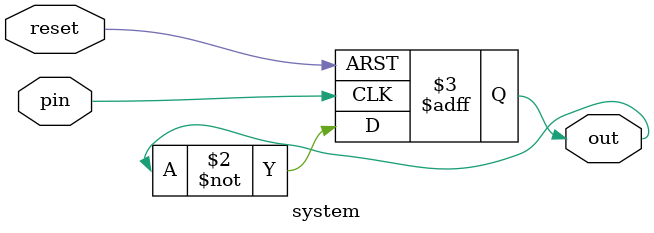
<source format=v>

module system(pin, out, reset);
	input wire pin;
	output reg out;
	input wire reset;

	always @(posedge pin, posedge reset) begin
		if(reset) begin
			out = 0;
		end
		else if(pin) begin
			out = ~out;
		end
	end
endmodule
</source>
